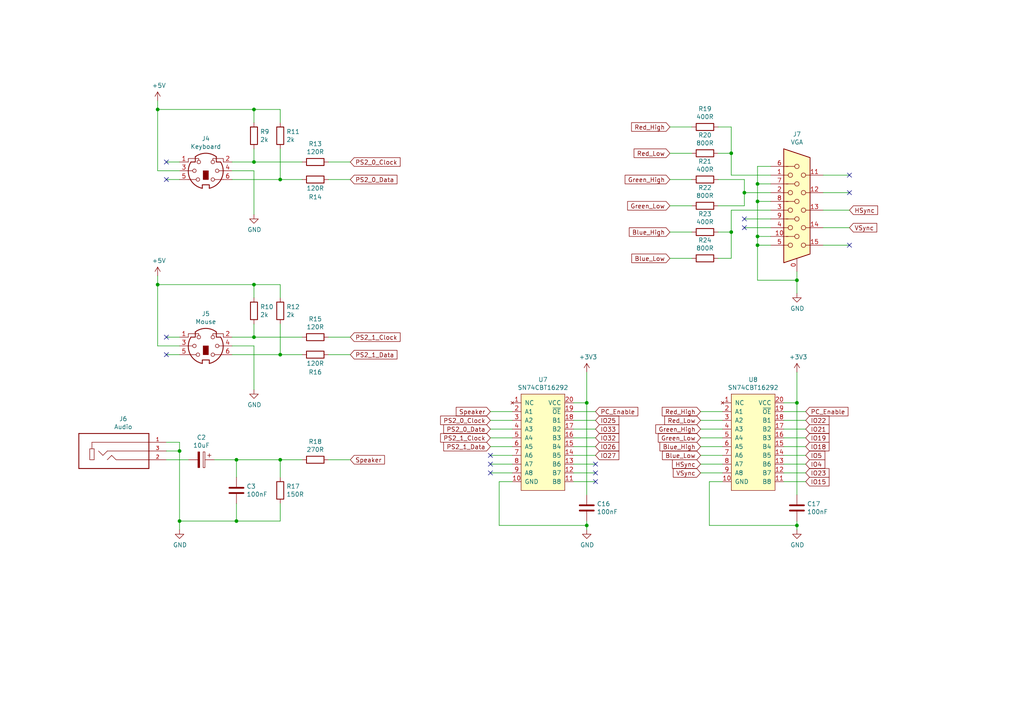
<source format=kicad_sch>
(kicad_sch (version 20211123) (generator eeschema)
  (paper "A4")
  (lib_symbols
    (symbol "Connector:DB15_Female_HighDensity_MountingHoles" (pin_names (offset 1.016) hide)
      (property "Reference" "J" (at 0 21.59 0))
      (property "Value" "DB15_Female_HighDensity_MountingHoles" (at 0 19.05 0))
      (symbol "DB15_Female_HighDensity_MountingHoles_0_1"
        (circle (center -1.905 -10.16) (radius 0.635))
        (circle (center -1.905 -5.08) (radius 0.635))
        (circle (center -1.905 0) (radius 0.635))
        (circle (center -1.905 5.08) (radius 0.635))
        (circle (center -1.905 10.16) (radius 0.635))
        (circle (center 0 -7.62) (radius 0.635))
        (circle (center 0 -2.54) (radius 0.635))
        (polyline (pts (xy -3.175 7.62) (xy -0.635 7.62)))
        (polyline (pts (xy -0.635 -7.62) (xy -3.175 -7.62)))
        (polyline (pts (xy -0.635 -2.54) (xy -3.175 -2.54)))
        (polyline (pts (xy -0.635 2.54) (xy -3.175 2.54)))
        (polyline (pts (xy -0.635 12.7) (xy -3.175 12.7)))
        (polyline (pts (xy -3.81 17.78) (xy -3.81 -15.24) (xy 3.81 -12.7) (xy 3.81 15.24) (xy -3.81 17.78)) (stroke (width 0.254)) (fill (type background)))
        (circle (center 0 2.54) (radius 0.635))
        (circle (center 0 7.62) (radius 0.635))
        (circle (center 0 12.7) (radius 0.635))
        (circle (center 1.905 -10.16) (radius 0.635))
        (circle (center 1.905 -5.08) (radius 0.635))
        (circle (center 1.905 0) (radius 0.635))
        (circle (center 1.905 5.08) (radius 0.635))
        (circle (center 1.905 10.16) (radius 0.635))
      )
      (symbol "DB15_Female_HighDensity_MountingHoles_1_1"
        (pin passive line (at 0 -17.78 90) (length 3.81) (name "~") (number "0"))
        (pin passive line (at -7.62 10.16 0) (length 5.08) (name "~") (number "1"))
        (pin passive line (at -7.62 -7.62 0) (length 5.08) (name "~") (number "10"))
        (pin passive line (at 7.62 10.16 180) (length 5.08) (name "~") (number "11"))
        (pin passive line (at 7.62 5.08 180) (length 5.08) (name "~") (number "12"))
        (pin passive line (at 7.62 0 180) (length 5.08) (name "~") (number "13"))
        (pin passive line (at 7.62 -5.08 180) (length 5.08) (name "~") (number "14"))
        (pin passive line (at 7.62 -10.16 180) (length 5.08) (name "~") (number "15"))
        (pin passive line (at -7.62 5.08 0) (length 5.08) (name "~") (number "2"))
        (pin passive line (at -7.62 0 0) (length 5.08) (name "~") (number "3"))
        (pin passive line (at -7.62 -5.08 0) (length 5.08) (name "~") (number "4"))
        (pin passive line (at -7.62 -10.16 0) (length 5.08) (name "~") (number "5"))
        (pin passive line (at -7.62 12.7 0) (length 5.08) (name "~") (number "6"))
        (pin passive line (at -7.62 7.62 0) (length 5.08) (name "~") (number "7"))
        (pin passive line (at -7.62 2.54 0) (length 5.08) (name "~") (number "8"))
        (pin passive line (at -7.62 -2.54 0) (length 5.08) (name "~") (number "9"))
      )
    )
    (symbol "Connector:Mini-DIN-6" (pin_names (offset 1.016))
      (property "Reference" "J" (at 0 6.35 0))
      (property "Value" "Mini-DIN-6" (at 0 -6.35 0))
      (symbol "Mini-DIN-6_0_1"
        (circle (center -3.302 0) (radius 0.508))
        (arc (start -3.048 -4.064) (mid 0 -5.08) (end 3.048 -4.064) (stroke (width 0.254)))
        (circle (center -2.032 -2.54) (radius 0.508))
        (circle (center -2.032 2.54) (radius 0.508))
        (arc (start -1.016 5.08) (mid -4.6243 2.1181) (end -4.318 -2.54) (stroke (width 0.254)))
        (rectangle (start -0.762 2.54) (end 0.762 0) (fill (type outline)))
        (polyline (pts (xy -3.81 0) (xy -5.08 0)))
        (polyline (pts (xy -2.54 2.54) (xy -5.08 2.54)))
        (polyline (pts (xy 2.794 2.54) (xy 5.08 2.54)))
        (polyline (pts (xy 5.08 0) (xy 3.81 0)))
        (polyline (pts (xy -4.318 -2.54) (xy -3.048 -2.54) (xy -3.048 -4.064)) (stroke (width 0.254)))
        (polyline (pts (xy 4.318 -2.54) (xy 3.048 -2.54) (xy 3.048 -4.064)) (stroke (width 0.254)))
        (polyline (pts (xy -2.032 -3.048) (xy -2.032 -3.556) (xy -5.08 -3.556) (xy -5.08 -2.54)))
        (polyline (pts (xy -1.016 5.08) (xy -1.016 4.064) (xy 1.016 4.064) (xy 1.016 5.08)) (stroke (width 0.254)))
        (polyline (pts (xy 2.032 -3.048) (xy 2.032 -3.556) (xy 5.08 -3.556) (xy 5.08 -2.54)))
        (circle (center 2.032 -2.54) (radius 0.508))
        (circle (center 2.286 2.54) (radius 0.508))
        (circle (center 3.302 0) (radius 0.508))
        (arc (start 4.318 -2.54) (mid 4.6646 2.1357) (end 1.016 5.08) (stroke (width 0.254)))
      )
      (symbol "Mini-DIN-6_1_1"
        (pin passive line (at 7.62 -2.54 180) (length 2.54) (name "~") (number "1"))
        (pin passive line (at -7.62 -2.54 0) (length 2.54) (name "~") (number "2"))
        (pin passive line (at 7.62 0 180) (length 2.54) (name "~") (number "3"))
        (pin passive line (at -7.62 0 0) (length 2.54) (name "~") (number "4"))
        (pin passive line (at 7.62 2.54 180) (length 2.54) (name "~") (number "5"))
        (pin passive line (at -7.62 2.54 0) (length 2.54) (name "~") (number "6"))
      )
    )
    (symbol "Device:C" (pin_numbers hide) (pin_names (offset 0.254))
      (property "Reference" "C" (at 0.635 2.54 0))
      (property "Value" "C" (at 0.635 -2.54 0))
      (symbol "C_0_1"
        (polyline (pts (xy -2.032 -0.762) (xy 2.032 -0.762)) (stroke (width 0.508)))
        (polyline (pts (xy -2.032 0.762) (xy 2.032 0.762)) (stroke (width 0.508)))
      )
      (symbol "C_1_1"
        (pin passive line (at 0 3.81 270) (length 2.794) (name "~") (number "1"))
        (pin passive line (at 0 -3.81 90) (length 2.794) (name "~") (number "2"))
      )
    )
    (symbol "Device:CP" (pin_numbers hide) (pin_names (offset 0.254))
      (property "Reference" "C" (at 0.635 2.54 0))
      (property "Value" "Device_CP" (at 0.635 -2.54 0))
      (symbol "CP_0_1"
        (rectangle (start -2.286 0.508) (end 2.286 1.016))
        (polyline (pts (xy -1.778 2.286) (xy -0.762 2.286)))
        (polyline (pts (xy -1.27 2.794) (xy -1.27 1.778)))
        (rectangle (start 2.286 -0.508) (end -2.286 -1.016) (fill (type outline)))
      )
      (symbol "CP_1_1"
        (pin passive line (at 0 3.81 270) (length 2.794) (name "~") (number "1"))
        (pin passive line (at 0 -3.81 90) (length 2.794) (name "~") (number "2"))
      )
    )
    (symbol "Device:R" (pin_numbers hide) (pin_names (offset 0))
      (property "Reference" "R" (at 2.032 0 90))
      (property "Value" "R" (at 0 0 90))
      (symbol "R_0_1"
        (rectangle (start -1.016 -2.54) (end 1.016 2.54) (stroke (width 0.254)))
      )
      (symbol "R_1_1"
        (pin passive line (at 0 3.81 270) (length 1.27) (name "~") (number "1"))
        (pin passive line (at 0 -3.81 90) (length 1.27) (name "~") (number "2"))
      )
    )
    (symbol "SJ1-3523N:SJ1-3523N" (pin_names (offset 1.016) hide)
      (property "Reference" "J" (at -10.16 7.62 0))
      (property "Value" "SJ1-3523N" (at -10.16 -10.16 0))
      (symbol "SJ1-3523N_0_0"
        (polyline (pts (xy -10.16 -5.08) (xy 10.16 -5.08)) (stroke (width 0.254)))
        (polyline (pts (xy -10.16 5.08) (xy -10.16 -5.08)) (stroke (width 0.254)))
        (polyline (pts (xy -6.985 -2.54) (xy -6.985 0.635)) (stroke (width 0.1524)))
        (polyline (pts (xy -6.985 0.635) (xy -6.35 0.635)) (stroke (width 0.1524)))
        (polyline (pts (xy -6.35 0.635) (xy -5.715 0.635)) (stroke (width 0.1524)))
        (polyline (pts (xy -6.35 2.54) (xy -6.35 0.635)) (stroke (width 0.1524)))
        (polyline (pts (xy -5.715 -2.54) (xy -6.985 -2.54)) (stroke (width 0.1524)))
        (polyline (pts (xy -5.715 0.635) (xy -5.715 -2.54)) (stroke (width 0.1524)))
        (polyline (pts (xy -3.175 -1.27) (xy -4.445 0)) (stroke (width 0.1524)))
        (polyline (pts (xy -1.905 0) (xy -3.175 -1.27)) (stroke (width 0.1524)))
        (polyline (pts (xy -0.635 -1.27) (xy -1.905 -2.54)) (stroke (width 0.1524)))
        (polyline (pts (xy 0.635 -2.54) (xy -0.635 -1.27)) (stroke (width 0.1524)))
        (polyline (pts (xy 10.16 -5.08) (xy 10.16 -2.54)) (stroke (width 0.254)))
        (polyline (pts (xy 10.16 -2.54) (xy 0.635 -2.54)) (stroke (width 0.1524)))
        (polyline (pts (xy 10.16 -2.54) (xy 10.16 0)) (stroke (width 0.254)))
        (polyline (pts (xy 10.16 0) (xy -1.905 0)) (stroke (width 0.1524)))
        (polyline (pts (xy 10.16 0) (xy 10.16 2.54)) (stroke (width 0.254)))
        (polyline (pts (xy 10.16 2.54) (xy -6.35 2.54)) (stroke (width 0.1524)))
        (polyline (pts (xy 10.16 2.54) (xy 10.16 5.08)) (stroke (width 0.254)))
        (polyline (pts (xy 10.16 5.08) (xy -10.16 5.08)) (stroke (width 0.254)))
        (pin passive line (at 15.24 2.54 180) (length 5.08) (name "~") (number "1"))
        (pin passive line (at 15.24 -2.54 180) (length 5.08) (name "~") (number "2"))
        (pin passive line (at 15.24 0 180) (length 5.08) (name "~") (number "3"))
      )
    )
    (symbol "SN74CBT16292:SN74CBT16292" (pin_names (offset 1.016))
      (property "Reference" "U" (at 0 15.24 0))
      (property "Value" "SN74CBT16292" (at 0 12.7 0))
      (symbol "SN74CBT16292_0_1"
        (rectangle (start -6.35 10.16) (end 6.35 -17.78) (fill (type background)))
      )
      (symbol "SN74CBT16292_1_1"
        (pin no_connect line (at -8.89 7.62 0) (length 2.54) (name "NC") (number "1"))
        (pin power_in line (at -8.89 -15.24 0) (length 2.54) (name "GND") (number "10"))
        (pin bidirectional line (at 8.89 -15.24 180) (length 2.54) (name "B8") (number "11"))
        (pin bidirectional line (at 8.89 -12.7 180) (length 2.54) (name "B7") (number "12"))
        (pin bidirectional line (at 8.89 -10.16 180) (length 2.54) (name "B6") (number "13"))
        (pin bidirectional line (at 8.89 -7.62 180) (length 2.54) (name "B5") (number "14"))
        (pin bidirectional line (at 8.89 -5.08 180) (length 2.54) (name "B4") (number "15"))
        (pin bidirectional line (at 8.89 -2.54 180) (length 2.54) (name "B3") (number "16"))
        (pin bidirectional line (at 8.89 0 180) (length 2.54) (name "B2") (number "17"))
        (pin bidirectional line (at 8.89 2.54 180) (length 2.54) (name "B1") (number "18"))
        (pin input line (at 8.89 5.08 180) (length 2.54) (name "~{OE}") (number "19"))
        (pin bidirectional line (at -8.89 5.08 0) (length 2.54) (name "A1") (number "2"))
        (pin power_in line (at 8.89 7.62 180) (length 2.54) (name "VCC") (number "20"))
        (pin bidirectional line (at -8.89 2.54 0) (length 2.54) (name "A2") (number "3"))
        (pin bidirectional line (at -8.89 0 0) (length 2.54) (name "A3") (number "4"))
        (pin bidirectional line (at -8.89 -2.54 0) (length 2.54) (name "A4") (number "5"))
        (pin bidirectional line (at -8.89 -5.08 0) (length 2.54) (name "A5") (number "6"))
        (pin bidirectional line (at -8.89 -7.62 0) (length 2.54) (name "A6") (number "7"))
        (pin bidirectional line (at -8.89 -10.16 0) (length 2.54) (name "A7") (number "8"))
        (pin bidirectional line (at -8.89 -12.7 0) (length 2.54) (name "A8") (number "9"))
      )
    )
    (symbol "power:+3V3" (power) (pin_names (offset 0))
      (property "Value" "+3V3" (at 0 3.556 0))
      (symbol "+3V3_0_1"
        (polyline (pts (xy -0.762 1.27) (xy 0 2.54)))
        (polyline (pts (xy 0 0) (xy 0 2.54)))
        (polyline (pts (xy 0 2.54) (xy 0.762 1.27)))
      )
      (symbol "+3V3_1_1"
        (pin power_in line (at 0 0 90) (length 0) hide (name "+3V3") (number "1"))
      )
    )
    (symbol "power:+5V" (power) (pin_names (offset 0))
      (property "Value" "+5V" (at 0 3.556 0))
      (symbol "+5V_0_1"
        (polyline (pts (xy -0.762 1.27) (xy 0 2.54)))
        (polyline (pts (xy 0 0) (xy 0 2.54)))
        (polyline (pts (xy 0 2.54) (xy 0.762 1.27)))
      )
      (symbol "+5V_1_1"
        (pin power_in line (at 0 0 90) (length 0) hide (name "+5V") (number "1"))
      )
    )
    (symbol "power:GND" (power) (pin_names (offset 0))
      (property "Value" "GND" (at 0 -3.81 0))
      (symbol "GND_0_1"
        (polyline (pts (xy 0 0) (xy 0 -1.27) (xy 1.27 -1.27) (xy 0 -2.54) (xy -1.27 -1.27) (xy 0 -1.27)))
      )
      (symbol "GND_1_1"
        (pin power_in line (at 0 0 270) (length 0) hide (name "GND") (number "1"))
      )
    )
  )
  (junction (at 73.66 97.79))
  (junction (at 52.07 151.13))
  (junction (at 52.07 130.81))
  (junction (at 73.66 31.75))
  (junction (at 45.72 82.55))
  (junction (at 231.14 81.28))
  (junction (at 73.66 46.99))
  (junction (at 81.28 52.07))
  (junction (at 212.09 67.31))
  (junction (at 81.28 133.35))
  (junction (at 219.71 68.58))
  (junction (at 73.66 82.55))
  (junction (at 219.71 53.34))
  (junction (at 219.71 58.42))
  (junction (at 45.72 31.75))
  (junction (at 212.09 44.45))
  (junction (at 68.58 151.13))
  (junction (at 219.71 71.12))
  (junction (at 170.18 116.84))
  (junction (at 231.14 152.4))
  (junction (at 215.9 55.88))
  (junction (at 68.58 133.35))
  (junction (at 231.14 116.84))
  (junction (at 170.18 152.4))
  (junction (at 81.28 102.87))
  (no_connect (at 48.26 97.79))
  (no_connect (at 48.26 52.07))
  (no_connect (at 142.24 137.16))
  (no_connect (at 172.72 137.16))
  (no_connect (at 215.9 66.04))
  (no_connect (at 215.9 63.5))
  (no_connect (at 246.38 50.8))
  (no_connect (at 172.72 134.62))
  (no_connect (at 172.72 139.7))
  (no_connect (at 48.26 102.87))
  (no_connect (at 142.24 132.08))
  (no_connect (at 142.24 134.62))
  (no_connect (at 48.26 46.99))
  (no_connect (at 246.38 55.88))
  (no_connect (at 246.38 71.12))
  (wire (pts (xy 73.66 82.55) (xy 45.72 82.55)))
  (wire (pts (xy 73.66 46.99) (xy 87.63 46.99)))
  (wire (pts (xy 205.74 152.4) (xy 231.14 152.4)))
  (wire (pts (xy 73.66 31.75) (xy 45.72 31.75)))
  (wire (pts (xy 166.37 116.84) (xy 170.18 116.84)))
  (wire (pts (xy 67.31 102.87) (xy 81.28 102.87)))
  (wire (pts (xy 67.31 46.99) (xy 73.66 46.99)))
  (wire (pts (xy 227.33 119.38) (xy 233.68 119.38)))
  (wire (pts (xy 170.18 152.4) (xy 170.18 153.67)))
  (wire (pts (xy 203.2 134.62) (xy 209.55 134.62)))
  (wire (pts (xy 68.58 146.05) (xy 68.58 151.13)))
  (wire (pts (xy 68.58 133.35) (xy 81.28 133.35)))
  (wire (pts (xy 166.37 129.54) (xy 172.72 129.54)))
  (wire (pts (xy 172.72 132.08) (xy 166.37 132.08)))
  (wire (pts (xy 52.07 128.27) (xy 52.07 130.81)))
  (wire (pts (xy 67.31 97.79) (xy 73.66 97.79)))
  (wire (pts (xy 45.72 49.53) (xy 52.07 49.53)))
  (wire (pts (xy 212.09 74.93) (xy 208.28 74.93)))
  (wire (pts (xy 231.14 85.09) (xy 231.14 81.28)))
  (wire (pts (xy 166.37 119.38) (xy 172.72 119.38)))
  (wire (pts (xy 67.31 52.07) (xy 81.28 52.07)))
  (wire (pts (xy 231.14 116.84) (xy 231.14 107.95)))
  (wire (pts (xy 238.76 60.96) (xy 246.38 60.96)))
  (wire (pts (xy 215.9 52.07) (xy 208.28 52.07)))
  (wire (pts (xy 209.55 121.92) (xy 203.2 121.92)))
  (wire (pts (xy 81.28 43.18) (xy 81.28 52.07)))
  (wire (pts (xy 208.28 44.45) (xy 212.09 44.45)))
  (wire (pts (xy 95.25 102.87) (xy 101.6 102.87)))
  (wire (pts (xy 48.26 128.27) (xy 52.07 128.27)))
  (wire (pts (xy 223.52 71.12) (xy 219.71 71.12)))
  (wire (pts (xy 45.72 80.01) (xy 45.72 82.55)))
  (wire (pts (xy 194.31 44.45) (xy 200.66 44.45)))
  (wire (pts (xy 81.28 133.35) (xy 81.28 138.43)))
  (wire (pts (xy 203.2 127) (xy 209.55 127)))
  (wire (pts (xy 203.2 124.46) (xy 209.55 124.46)))
  (wire (pts (xy 73.66 100.33) (xy 73.66 113.03)))
  (wire (pts (xy 212.09 67.31) (xy 212.09 74.93)))
  (wire (pts (xy 68.58 138.43) (xy 68.58 133.35)))
  (wire (pts (xy 246.38 50.8) (xy 238.76 50.8)))
  (wire (pts (xy 73.66 31.75) (xy 81.28 31.75)))
  (wire (pts (xy 212.09 44.45) (xy 212.09 36.83)))
  (wire (pts (xy 166.37 121.92) (xy 172.72 121.92)))
  (wire (pts (xy 223.52 50.8) (xy 212.09 50.8)))
  (wire (pts (xy 215.9 59.69) (xy 215.9 55.88)))
  (wire (pts (xy 45.72 31.75) (xy 45.72 49.53)))
  (wire (pts (xy 231.14 143.51) (xy 231.14 116.84)))
  (wire (pts (xy 142.24 134.62) (xy 148.59 134.62)))
  (wire (pts (xy 52.07 151.13) (xy 68.58 151.13)))
  (wire (pts (xy 170.18 116.84) (xy 170.18 107.95)))
  (wire (pts (xy 48.26 97.79) (xy 52.07 97.79)))
  (wire (pts (xy 52.07 151.13) (xy 52.07 153.67)))
  (wire (pts (xy 215.9 66.04) (xy 223.52 66.04)))
  (wire (pts (xy 203.2 137.16) (xy 209.55 137.16)))
  (wire (pts (xy 142.24 127) (xy 148.59 127)))
  (wire (pts (xy 73.66 93.98) (xy 73.66 97.79)))
  (wire (pts (xy 227.33 116.84) (xy 231.14 116.84)))
  (wire (pts (xy 223.52 58.42) (xy 219.71 58.42)))
  (wire (pts (xy 48.26 130.81) (xy 52.07 130.81)))
  (wire (pts (xy 233.68 132.08) (xy 227.33 132.08)))
  (wire (pts (xy 73.66 43.18) (xy 73.66 46.99)))
  (wire (pts (xy 48.26 133.35) (xy 54.61 133.35)))
  (wire (pts (xy 212.09 36.83) (xy 208.28 36.83)))
  (wire (pts (xy 166.37 124.46) (xy 172.72 124.46)))
  (wire (pts (xy 81.28 31.75) (xy 81.28 35.56)))
  (wire (pts (xy 205.74 139.7) (xy 205.74 152.4)))
  (wire (pts (xy 73.66 86.36) (xy 73.66 82.55)))
  (wire (pts (xy 227.33 134.62) (xy 233.68 134.62)))
  (wire (pts (xy 231.14 152.4) (xy 231.14 153.67)))
  (wire (pts (xy 81.28 93.98) (xy 81.28 102.87)))
  (wire (pts (xy 227.33 139.7) (xy 233.68 139.7)))
  (wire (pts (xy 194.31 52.07) (xy 200.66 52.07)))
  (wire (pts (xy 223.52 55.88) (xy 215.9 55.88)))
  (wire (pts (xy 219.71 48.26) (xy 219.71 53.34)))
  (wire (pts (xy 194.31 36.83) (xy 200.66 36.83)))
  (wire (pts (xy 170.18 143.51) (xy 170.18 116.84)))
  (wire (pts (xy 148.59 124.46) (xy 142.24 124.46)))
  (wire (pts (xy 215.9 63.5) (xy 223.52 63.5)))
  (wire (pts (xy 203.2 119.38) (xy 209.55 119.38)))
  (wire (pts (xy 95.25 133.35) (xy 101.6 133.35)))
  (wire (pts (xy 231.14 81.28) (xy 231.14 78.74)))
  (wire (pts (xy 194.31 59.69) (xy 200.66 59.69)))
  (wire (pts (xy 73.66 49.53) (xy 73.66 62.23)))
  (wire (pts (xy 227.33 124.46) (xy 233.68 124.46)))
  (wire (pts (xy 67.31 100.33) (xy 73.66 100.33)))
  (wire (pts (xy 219.71 53.34) (xy 219.71 58.42)))
  (wire (pts (xy 52.07 130.81) (xy 52.07 151.13)))
  (wire (pts (xy 227.33 121.92) (xy 233.68 121.92)))
  (wire (pts (xy 223.52 60.96) (xy 212.09 60.96)))
  (wire (pts (xy 73.66 82.55) (xy 81.28 82.55)))
  (wire (pts (xy 48.26 46.99) (xy 52.07 46.99)))
  (wire (pts (xy 148.59 139.7) (xy 144.78 139.7)))
  (wire (pts (xy 73.66 35.56) (xy 73.66 31.75)))
  (wire (pts (xy 208.28 67.31) (xy 212.09 67.31)))
  (wire (pts (xy 172.72 134.62) (xy 166.37 134.62)))
  (wire (pts (xy 227.33 129.54) (xy 233.68 129.54)))
  (wire (pts (xy 81.28 146.05) (xy 81.28 151.13)))
  (wire (pts (xy 95.25 46.99) (xy 101.6 46.99)))
  (wire (pts (xy 212.09 60.96) (xy 212.09 67.31)))
  (wire (pts (xy 81.28 52.07) (xy 87.63 52.07)))
  (wire (pts (xy 48.26 52.07) (xy 52.07 52.07)))
  (wire (pts (xy 219.71 71.12) (xy 219.71 81.28)))
  (wire (pts (xy 203.2 132.08) (xy 209.55 132.08)))
  (wire (pts (xy 95.25 97.79) (xy 101.6 97.79)))
  (wire (pts (xy 142.24 121.92) (xy 148.59 121.92)))
  (wire (pts (xy 223.52 48.26) (xy 219.71 48.26)))
  (wire (pts (xy 62.23 133.35) (xy 68.58 133.35)))
  (wire (pts (xy 209.55 139.7) (xy 205.74 139.7)))
  (wire (pts (xy 223.52 68.58) (xy 219.71 68.58)))
  (wire (pts (xy 67.31 49.53) (xy 73.66 49.53)))
  (wire (pts (xy 231.14 151.13) (xy 231.14 152.4)))
  (wire (pts (xy 144.78 152.4) (xy 170.18 152.4)))
  (wire (pts (xy 246.38 55.88) (xy 238.76 55.88)))
  (wire (pts (xy 142.24 137.16) (xy 148.59 137.16)))
  (wire (pts (xy 45.72 100.33) (xy 52.07 100.33)))
  (wire (pts (xy 203.2 129.54) (xy 209.55 129.54)))
  (wire (pts (xy 142.24 132.08) (xy 148.59 132.08)))
  (wire (pts (xy 219.71 68.58) (xy 219.71 71.12)))
  (wire (pts (xy 227.33 127) (xy 233.68 127)))
  (wire (pts (xy 48.26 102.87) (xy 52.07 102.87)))
  (wire (pts (xy 238.76 66.04) (xy 246.38 66.04)))
  (wire (pts (xy 212.09 50.8) (xy 212.09 44.45)))
  (wire (pts (xy 144.78 139.7) (xy 144.78 152.4)))
  (wire (pts (xy 45.72 29.21) (xy 45.72 31.75)))
  (wire (pts (xy 219.71 58.42) (xy 219.71 68.58)))
  (wire (pts (xy 172.72 137.16) (xy 166.37 137.16)))
  (wire (pts (xy 81.28 133.35) (xy 87.63 133.35)))
  (wire (pts (xy 215.9 55.88) (xy 215.9 52.07)))
  (wire (pts (xy 95.25 52.07) (xy 101.6 52.07)))
  (wire (pts (xy 170.18 151.13) (xy 170.18 152.4)))
  (wire (pts (xy 172.72 127) (xy 166.37 127)))
  (wire (pts (xy 194.31 67.31) (xy 200.66 67.31)))
  (wire (pts (xy 233.68 137.16) (xy 227.33 137.16)))
  (wire (pts (xy 148.59 129.54) (xy 142.24 129.54)))
  (wire (pts (xy 223.52 53.34) (xy 219.71 53.34)))
  (wire (pts (xy 45.72 82.55) (xy 45.72 100.33)))
  (wire (pts (xy 172.72 139.7) (xy 166.37 139.7)))
  (wire (pts (xy 219.71 81.28) (xy 231.14 81.28)))
  (wire (pts (xy 142.24 119.38) (xy 148.59 119.38)))
  (wire (pts (xy 81.28 102.87) (xy 87.63 102.87)))
  (wire (pts (xy 208.28 59.69) (xy 215.9 59.69)))
  (wire (pts (xy 246.38 71.12) (xy 238.76 71.12)))
  (wire (pts (xy 194.31 74.93) (xy 200.66 74.93)))
  (wire (pts (xy 81.28 82.55) (xy 81.28 86.36)))
  (wire (pts (xy 68.58 151.13) (xy 81.28 151.13)))
  (wire (pts (xy 73.66 97.79) (xy 87.63 97.79)))
  (global_label "IO19" (shape input) (at 233.68 127 0) (property "Intersheet References" "${INTERSHEET_REFS}" (effects hide)))
  (global_label "Green_High" (shape input) (at 194.31 52.07 180) (property "Intersheet References" "${INTERSHEET_REFS}" (effects hide)))
  (global_label "Green_High" (shape input) (at 203.2 124.46 180) (property "Intersheet References" "${INTERSHEET_REFS}" (effects hide)))
  (global_label "PS2_0_Data" (shape input) (at 101.6 52.07 0) (property "Intersheet References" "${INTERSHEET_REFS}" (effects hide)))
  (global_label "Red_High" (shape input) (at 203.2 119.38 180) (property "Intersheet References" "${INTERSHEET_REFS}" (effects hide)))
  (global_label "VSync" (shape input) (at 203.2 137.16 180) (property "Intersheet References" "${INTERSHEET_REFS}" (effects hide)))
  (global_label "HSync" (shape input) (at 203.2 134.62 180) (property "Intersheet References" "${INTERSHEET_REFS}" (effects hide)))
  (global_label "Speaker" (shape input) (at 101.6 133.35 0) (property "Intersheet References" "${INTERSHEET_REFS}" (effects hide)))
  (global_label "PS2_0_Data" (shape input) (at 142.24 124.46 180) (property "Intersheet References" "${INTERSHEET_REFS}" (effects hide)))
  (global_label "IO32" (shape input) (at 172.72 127 0) (property "Intersheet References" "${INTERSHEET_REFS}" (effects hide)))
  (global_label "Blue_Low" (shape input) (at 194.31 74.93 180) (property "Intersheet References" "${INTERSHEET_REFS}" (effects hide)))
  (global_label "Speaker" (shape input) (at 142.24 119.38 180) (property "Intersheet References" "${INTERSHEET_REFS}" (effects hide)))
  (global_label "IO4" (shape input) (at 233.68 134.62 0) (property "Intersheet References" "${INTERSHEET_REFS}" (effects hide)))
  (global_label "IO15" (shape input) (at 233.68 139.7 0) (property "Intersheet References" "${INTERSHEET_REFS}" (effects hide)))
  (global_label "VSync" (shape input) (at 246.38 66.04 0) (property "Intersheet References" "${INTERSHEET_REFS}" (effects hide)))
  (global_label "PS2_0_Clock" (shape input) (at 101.6 46.99 0) (property "Intersheet References" "${INTERSHEET_REFS}" (effects hide)))
  (global_label "Green_Low" (shape input) (at 203.2 127 180) (property "Intersheet References" "${INTERSHEET_REFS}" (effects hide)))
  (global_label "PS2_0_Clock" (shape input) (at 142.24 121.92 180) (property "Intersheet References" "${INTERSHEET_REFS}" (effects hide)))
  (global_label "PS2_1_Clock" (shape input) (at 142.24 127 180) (property "Intersheet References" "${INTERSHEET_REFS}" (effects hide)))
  (global_label "IO22" (shape input) (at 233.68 121.92 0) (property "Intersheet References" "${INTERSHEET_REFS}" (effects hide)))
  (global_label "Red_Low" (shape input) (at 194.31 44.45 180) (property "Intersheet References" "${INTERSHEET_REFS}" (effects hide)))
  (global_label "IO5" (shape input) (at 233.68 132.08 0) (property "Intersheet References" "${INTERSHEET_REFS}" (effects hide)))
  (global_label "PS2_1_Data" (shape input) (at 101.6 102.87 0) (property "Intersheet References" "${INTERSHEET_REFS}" (effects hide)))
  (global_label "IO26" (shape input) (at 172.72 129.54 0) (property "Intersheet References" "${INTERSHEET_REFS}" (effects hide)))
  (global_label "HSync" (shape input) (at 246.38 60.96 0) (property "Intersheet References" "${INTERSHEET_REFS}" (effects hide)))
  (global_label "PC_Enable" (shape input) (at 233.68 119.38 0) (property "Intersheet References" "${INTERSHEET_REFS}" (effects hide)))
  (global_label "IO21" (shape input) (at 233.68 124.46 0) (property "Intersheet References" "${INTERSHEET_REFS}" (effects hide)))
  (global_label "Blue_High" (shape input) (at 203.2 129.54 180) (property "Intersheet References" "${INTERSHEET_REFS}" (effects hide)))
  (global_label "Red_Low" (shape input) (at 203.2 121.92 180) (property "Intersheet References" "${INTERSHEET_REFS}" (effects hide)))
  (global_label "PS2_1_Clock" (shape input) (at 101.6 97.79 0) (property "Intersheet References" "${INTERSHEET_REFS}" (effects hide)))
  (global_label "Red_High" (shape input) (at 194.31 36.83 180) (property "Intersheet References" "${INTERSHEET_REFS}" (effects hide)))
  (global_label "IO18" (shape input) (at 233.68 129.54 0) (property "Intersheet References" "${INTERSHEET_REFS}" (effects hide)))
  (global_label "Blue_Low" (shape input) (at 203.2 132.08 180) (property "Intersheet References" "${INTERSHEET_REFS}" (effects hide)))
  (global_label "Blue_High" (shape input) (at 194.31 67.31 180) (property "Intersheet References" "${INTERSHEET_REFS}" (effects hide)))
  (global_label "Green_Low" (shape input) (at 194.31 59.69 180) (property "Intersheet References" "${INTERSHEET_REFS}" (effects hide)))
  (global_label "IO27" (shape input) (at 172.72 132.08 0) (property "Intersheet References" "${INTERSHEET_REFS}" (effects hide)))
  (global_label "PS2_1_Data" (shape input) (at 142.24 129.54 180) (property "Intersheet References" "${INTERSHEET_REFS}" (effects hide)))
  (global_label "IO33" (shape input) (at 172.72 124.46 0) (property "Intersheet References" "${INTERSHEET_REFS}" (effects hide)))
  (global_label "IO25" (shape input) (at 172.72 121.92 0) (property "Intersheet References" "${INTERSHEET_REFS}" (effects hide)))
  (global_label "IO23" (shape input) (at 233.68 137.16 0) (property "Intersheet References" "${INTERSHEET_REFS}" (effects hide)))
  (global_label "PC_Enable" (shape input) (at 172.72 119.38 0) (property "Intersheet References" "${INTERSHEET_REFS}" (effects hide)))
  (symbol (lib_id "Connector:DB15_Female_HighDensity_MountingHoles") (at 231.14 60.96 0) (unit 1)
    (property "Reference" "J7" (at 231.14 38.9382 0))
    (property "Value" "VGA" (at 231.14 41.2496 0))
    (property "Footprint" "footprints:AMPHENOL_L77HDE15SD1CH4F" (effects hide))
    (property "Datasheet" " ~" (effects hide))
  )
  (symbol (lib_id "Connector:Mini-DIN-6") (at 59.69 100.33 180) (unit 1)
    (property "Reference" "J5" (at 59.69 91.0082 0))
    (property "Value" "Mouse" (at 59.69 93.3196 0))
    (property "Footprint" "footprints:TE_5749180-1" (effects hide))
    (property "Datasheet" "http://service.powerdynamics.com/ec/Catalog17/Section%2011.pdf" (effects hide))
  )
  (symbol (lib_id "Device:CP") (at 58.42 133.35 270) (unit 1)
    (property "Reference" "C2" (at 58.42 126.873 90))
    (property "Value" "10uF" (at 58.42 129.1844 90))
    (property "Footprint" "Capacitor_Tantalum_SMD:CP_EIA-3216-18_Kemet-A_Pad1.58x1.35mm_HandSolder" (effects hide))
  )
  (symbol (lib_id "Device:C") (at 68.58 142.24 0) (unit 1)
    (property "Reference" "C3" (at 71.501 141.0716 0) (effects (justify left)))
    (property "Value" "100nF" (at 71.501 143.383 0) (effects (justify left)))
    (property "Footprint" "Capacitor_SMD:C_1206_3216Metric_Pad1.33x1.80mm_HandSolder" (effects hide))
  )
  (symbol (lib_id "Device:R") (at 81.28 142.24 0) (unit 1)
    (property "Reference" "R17" (at 83.058 141.0716 0) (effects (justify left)))
    (property "Value" "150R" (at 83.058 143.383 0) (effects (justify left)))
    (property "Footprint" "Resistor_SMD:R_1206_3216Metric_Pad1.30x1.75mm_HandSolder" (effects hide))
  )
  (symbol (lib_id "Device:R") (at 91.44 133.35 270) (unit 1)
    (property "Reference" "R18" (at 91.44 128.0922 90))
    (property "Value" "270R" (at 91.44 130.4036 90))
    (property "Footprint" "Resistor_SMD:R_1206_3216Metric_Pad1.30x1.75mm_HandSolder" (effects hide))
  )
  (symbol (lib_id "power:GND") (at 52.07 153.67 0) (unit 1)
    (property "Reference" "#PWR0106" (effects hide))
    (property "Value" "GND" (at 52.197 158.0642 0))
  )
  (symbol (lib_id "power:+5V") (at 45.72 80.01 0) (unit 1)
    (property "Reference" "#PWR0107" (effects hide))
    (property "Value" "+5V" (at 46.101 75.6158 0))
  )
  (symbol (lib_id "power:GND") (at 73.66 113.03 0) (unit 1)
    (property "Reference" "#PWR0108" (effects hide))
    (property "Value" "GND" (at 73.787 117.4242 0))
  )
  (symbol (lib_id "Device:R") (at 73.66 90.17 0) (unit 1)
    (property "Reference" "R10" (at 75.438 89.0016 0) (effects (justify left)))
    (property "Value" "2k" (at 75.438 91.313 0) (effects (justify left)))
    (property "Footprint" "Resistor_SMD:R_1206_3216Metric_Pad1.30x1.75mm_HandSolder" (effects hide))
  )
  (symbol (lib_id "Device:R") (at 81.28 90.17 0) (unit 1)
    (property "Reference" "R12" (at 83.058 89.0016 0) (effects (justify left)))
    (property "Value" "2k" (at 83.058 91.313 0) (effects (justify left)))
    (property "Footprint" "Resistor_SMD:R_1206_3216Metric_Pad1.30x1.75mm_HandSolder" (effects hide))
  )
  (symbol (lib_id "Device:R") (at 91.44 97.79 270) (unit 1)
    (property "Reference" "R15" (at 91.44 92.5322 90))
    (property "Value" "120R" (at 91.44 94.8436 90))
    (property "Footprint" "Resistor_SMD:R_1206_3216Metric_Pad1.30x1.75mm_HandSolder" (effects hide))
  )
  (symbol (lib_id "Device:R") (at 91.44 102.87 90) (unit 1)
    (property "Reference" "R16" (at 91.44 107.95 90))
    (property "Value" "120R" (at 91.44 105.41 90))
    (property "Footprint" "Resistor_SMD:R_1206_3216Metric_Pad1.30x1.75mm_HandSolder" (effects hide))
  )
  (symbol (lib_id "power:GND") (at 231.14 85.09 0) (unit 1)
    (property "Reference" "#PWR0109" (effects hide))
    (property "Value" "GND" (at 231.267 89.4842 0))
  )
  (symbol (lib_id "Device:R") (at 204.47 36.83 270) (unit 1)
    (property "Reference" "R19" (at 204.47 31.5722 90))
    (property "Value" "400R" (at 204.47 33.8836 90))
    (property "Footprint" "Resistor_SMD:R_1206_3216Metric_Pad1.30x1.75mm_HandSolder" (effects hide))
  )
  (symbol (lib_id "Device:R") (at 204.47 44.45 270) (unit 1)
    (property "Reference" "R20" (at 204.47 39.1922 90))
    (property "Value" "800R" (at 204.47 41.5036 90))
    (property "Footprint" "Resistor_SMD:R_1206_3216Metric_Pad1.30x1.75mm_HandSolder" (effects hide))
  )
  (symbol (lib_id "Device:R") (at 204.47 52.07 270) (unit 1)
    (property "Reference" "R21" (at 204.47 46.8122 90))
    (property "Value" "400R" (at 204.47 49.1236 90))
    (property "Footprint" "Resistor_SMD:R_1206_3216Metric_Pad1.30x1.75mm_HandSolder" (effects hide))
  )
  (symbol (lib_id "Device:R") (at 204.47 59.69 270) (unit 1)
    (property "Reference" "R22" (at 204.47 54.4322 90))
    (property "Value" "800R" (at 204.47 56.7436 90))
    (property "Footprint" "Resistor_SMD:R_1206_3216Metric_Pad1.30x1.75mm_HandSolder" (effects hide))
  )
  (symbol (lib_id "Device:R") (at 204.47 67.31 270) (unit 1)
    (property "Reference" "R23" (at 204.47 62.0522 90))
    (property "Value" "400R" (at 204.47 64.3636 90))
    (property "Footprint" "Resistor_SMD:R_1206_3216Metric_Pad1.30x1.75mm_HandSolder" (effects hide))
  )
  (symbol (lib_id "Device:R") (at 204.47 74.93 270) (unit 1)
    (property "Reference" "R24" (at 204.47 69.6722 90))
    (property "Value" "800R" (at 204.47 71.9836 90))
    (property "Footprint" "Resistor_SMD:R_1206_3216Metric_Pad1.30x1.75mm_HandSolder" (effects hide))
  )
  (symbol (lib_id "Connector:Mini-DIN-6") (at 59.69 49.53 180) (unit 1)
    (property "Reference" "J4" (at 59.69 40.2082 0))
    (property "Value" "Keyboard" (at 59.69 42.5196 0))
    (property "Footprint" "footprints:TE_5749180-1" (effects hide))
    (property "Datasheet" "http://service.powerdynamics.com/ec/Catalog17/Section%2011.pdf" (effects hide))
  )
  (symbol (lib_id "power:+5V") (at 45.72 29.21 0) (unit 1)
    (property "Reference" "#PWR0110" (effects hide))
    (property "Value" "+5V" (at 46.101 24.8158 0))
  )
  (symbol (lib_id "power:GND") (at 73.66 62.23 0) (unit 1)
    (property "Reference" "#PWR0111" (effects hide))
    (property "Value" "GND" (at 73.787 66.6242 0))
  )
  (symbol (lib_id "Device:R") (at 73.66 39.37 0) (unit 1)
    (property "Reference" "R9" (at 75.438 38.2016 0) (effects (justify left)))
    (property "Value" "2k" (at 75.438 40.513 0) (effects (justify left)))
    (property "Footprint" "Resistor_SMD:R_1206_3216Metric_Pad1.30x1.75mm_HandSolder" (effects hide))
  )
  (symbol (lib_id "Device:R") (at 81.28 39.37 0) (unit 1)
    (property "Reference" "R11" (at 83.058 38.2016 0) (effects (justify left)))
    (property "Value" "2k" (at 83.058 40.513 0) (effects (justify left)))
    (property "Footprint" "Resistor_SMD:R_1206_3216Metric_Pad1.30x1.75mm_HandSolder" (effects hide))
  )
  (symbol (lib_id "Device:R") (at 91.44 46.99 270) (unit 1)
    (property "Reference" "R13" (at 91.44 41.7322 90))
    (property "Value" "120R" (at 91.44 44.0436 90))
    (property "Footprint" "Resistor_SMD:R_1206_3216Metric_Pad1.30x1.75mm_HandSolder" (effects hide))
  )
  (symbol (lib_id "Device:R") (at 91.44 52.07 90) (unit 1)
    (property "Reference" "R14" (at 91.44 57.15 90))
    (property "Value" "120R" (at 91.44 54.61 90))
    (property "Footprint" "Resistor_SMD:R_1206_3216Metric_Pad1.30x1.75mm_HandSolder" (effects hide))
  )
  (symbol (lib_id "SN74CBT16292:SN74CBT16292") (at 157.48 124.46 0) (unit 1)
    (property "Reference" "U7" (at 157.48 110.109 0))
    (property "Value" "SN74CBT16292" (at 157.48 112.4204 0))
    (property "Footprint" "Package_SO:TSSOP-20_4.4x6.5mm_P0.65mm" (effects hide))
  )
  (symbol (lib_id "power:GND") (at 170.18 153.67 0) (unit 1)
    (property "Reference" "#PWR0131" (effects hide))
    (property "Value" "GND" (at 170.307 158.0642 0))
  )
  (symbol (lib_id "power:+3V3") (at 170.18 107.95 0) (unit 1)
    (property "Reference" "#PWR0132" (effects hide))
    (property "Value" "+3V3" (at 170.561 103.5558 0))
  )
  (symbol (lib_id "Device:C") (at 170.18 147.32 0) (unit 1)
    (property "Reference" "C16" (at 173.101 146.1516 0) (effects (justify left)))
    (property "Value" "100nF" (at 173.101 148.463 0) (effects (justify left)))
    (property "Footprint" "Capacitor_SMD:C_1206_3216Metric_Pad1.33x1.80mm_HandSolder" (effects hide))
  )
  (symbol (lib_id "SN74CBT16292:SN74CBT16292") (at 218.44 124.46 0) (unit 1)
    (property "Reference" "U8" (at 218.44 110.109 0))
    (property "Value" "SN74CBT16292" (at 218.44 112.4204 0))
    (property "Footprint" "Package_SO:TSSOP-20_4.4x6.5mm_P0.65mm" (effects hide))
  )
  (symbol (lib_id "power:GND") (at 231.14 153.67 0) (unit 1)
    (property "Reference" "#PWR0133" (effects hide))
    (property "Value" "GND" (at 231.267 158.0642 0))
  )
  (symbol (lib_id "power:+3V3") (at 231.14 107.95 0) (unit 1)
    (property "Reference" "#PWR0134" (effects hide))
    (property "Value" "+3V3" (at 231.521 103.5558 0))
  )
  (symbol (lib_id "Device:C") (at 231.14 147.32 0) (unit 1)
    (property "Reference" "C17" (at 234.061 146.1516 0) (effects (justify left)))
    (property "Value" "100nF" (at 234.061 148.463 0) (effects (justify left)))
    (property "Footprint" "Capacitor_SMD:C_1206_3216Metric_Pad1.33x1.80mm_HandSolder" (effects hide))
  )
  (symbol (lib_id "SJ1-3523N:SJ1-3523N") (at 33.02 130.81 0) (unit 1)
    (property "Reference" "J6" (at 35.7378 121.4882 0))
    (property "Value" "Audio" (at 35.7378 123.7996 0))
    (property "Footprint" "footprints:CUI_SJ1-3523N" (effects hide))
    (property "STANDARD" "Manufacturer recommendation" (effects hide))
    (property "MANUFACTURER" "CUI" (effects hide))
    (property "PARTREV" "1.02" (effects hide))
  )
)
</source>
